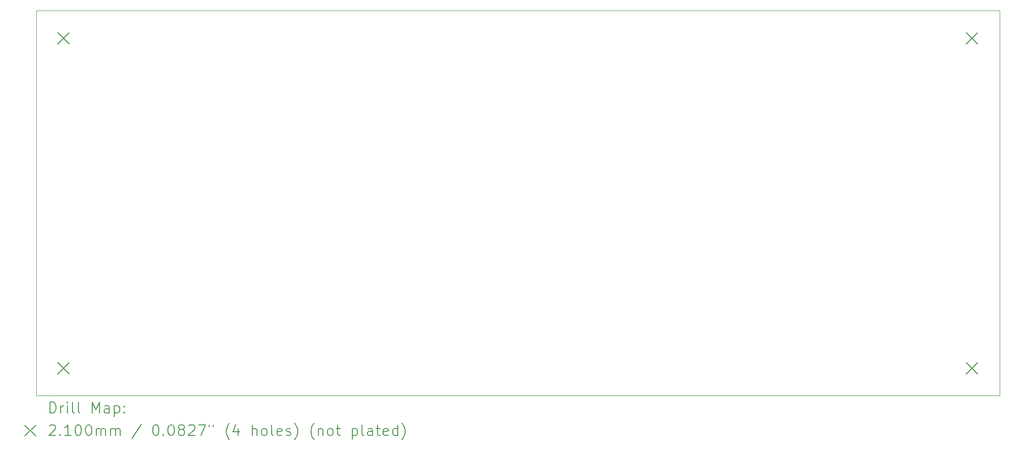
<source format=gbr>
%TF.GenerationSoftware,KiCad,Pcbnew,7.0.9*%
%TF.CreationDate,2023-12-08T11:51:29+05:30*%
%TF.ProjectId,Led_Cube_BaseControler,4c65645f-4375-4626-955f-42617365436f,rev?*%
%TF.SameCoordinates,Original*%
%TF.FileFunction,Drillmap*%
%TF.FilePolarity,Positive*%
%FSLAX45Y45*%
G04 Gerber Fmt 4.5, Leading zero omitted, Abs format (unit mm)*
G04 Created by KiCad (PCBNEW 7.0.9) date 2023-12-08 11:51:29*
%MOMM*%
%LPD*%
G01*
G04 APERTURE LIST*
%ADD10C,0.100000*%
%ADD11C,0.200000*%
%ADD12C,0.210000*%
G04 APERTURE END LIST*
D10*
X1524000Y-1270000D02*
X19304000Y-1270000D01*
X19304000Y-8382000D01*
X1524000Y-8382000D01*
X1524000Y-1270000D01*
D11*
D12*
X1927000Y-1673000D02*
X2137000Y-1883000D01*
X2137000Y-1673000D02*
X1927000Y-1883000D01*
X1927000Y-7769000D02*
X2137000Y-7979000D01*
X2137000Y-7769000D02*
X1927000Y-7979000D01*
X18691000Y-1673000D02*
X18901000Y-1883000D01*
X18901000Y-1673000D02*
X18691000Y-1883000D01*
X18691000Y-7769000D02*
X18901000Y-7979000D01*
X18901000Y-7769000D02*
X18691000Y-7979000D01*
D11*
X1779777Y-8698484D02*
X1779777Y-8498484D01*
X1779777Y-8498484D02*
X1827396Y-8498484D01*
X1827396Y-8498484D02*
X1855967Y-8508008D01*
X1855967Y-8508008D02*
X1875015Y-8527055D01*
X1875015Y-8527055D02*
X1884539Y-8546103D01*
X1884539Y-8546103D02*
X1894062Y-8584198D01*
X1894062Y-8584198D02*
X1894062Y-8612770D01*
X1894062Y-8612770D02*
X1884539Y-8650865D01*
X1884539Y-8650865D02*
X1875015Y-8669912D01*
X1875015Y-8669912D02*
X1855967Y-8688960D01*
X1855967Y-8688960D02*
X1827396Y-8698484D01*
X1827396Y-8698484D02*
X1779777Y-8698484D01*
X1979777Y-8698484D02*
X1979777Y-8565150D01*
X1979777Y-8603246D02*
X1989301Y-8584198D01*
X1989301Y-8584198D02*
X1998824Y-8574674D01*
X1998824Y-8574674D02*
X2017872Y-8565150D01*
X2017872Y-8565150D02*
X2036920Y-8565150D01*
X2103586Y-8698484D02*
X2103586Y-8565150D01*
X2103586Y-8498484D02*
X2094062Y-8508008D01*
X2094062Y-8508008D02*
X2103586Y-8517531D01*
X2103586Y-8517531D02*
X2113110Y-8508008D01*
X2113110Y-8508008D02*
X2103586Y-8498484D01*
X2103586Y-8498484D02*
X2103586Y-8517531D01*
X2227396Y-8698484D02*
X2208348Y-8688960D01*
X2208348Y-8688960D02*
X2198824Y-8669912D01*
X2198824Y-8669912D02*
X2198824Y-8498484D01*
X2332158Y-8698484D02*
X2313110Y-8688960D01*
X2313110Y-8688960D02*
X2303586Y-8669912D01*
X2303586Y-8669912D02*
X2303586Y-8498484D01*
X2560729Y-8698484D02*
X2560729Y-8498484D01*
X2560729Y-8498484D02*
X2627396Y-8641341D01*
X2627396Y-8641341D02*
X2694063Y-8498484D01*
X2694063Y-8498484D02*
X2694063Y-8698484D01*
X2875015Y-8698484D02*
X2875015Y-8593722D01*
X2875015Y-8593722D02*
X2865491Y-8574674D01*
X2865491Y-8574674D02*
X2846443Y-8565150D01*
X2846443Y-8565150D02*
X2808348Y-8565150D01*
X2808348Y-8565150D02*
X2789301Y-8574674D01*
X2875015Y-8688960D02*
X2855967Y-8698484D01*
X2855967Y-8698484D02*
X2808348Y-8698484D01*
X2808348Y-8698484D02*
X2789301Y-8688960D01*
X2789301Y-8688960D02*
X2779777Y-8669912D01*
X2779777Y-8669912D02*
X2779777Y-8650865D01*
X2779777Y-8650865D02*
X2789301Y-8631817D01*
X2789301Y-8631817D02*
X2808348Y-8622293D01*
X2808348Y-8622293D02*
X2855967Y-8622293D01*
X2855967Y-8622293D02*
X2875015Y-8612770D01*
X2970253Y-8565150D02*
X2970253Y-8765150D01*
X2970253Y-8574674D02*
X2989301Y-8565150D01*
X2989301Y-8565150D02*
X3027396Y-8565150D01*
X3027396Y-8565150D02*
X3046443Y-8574674D01*
X3046443Y-8574674D02*
X3055967Y-8584198D01*
X3055967Y-8584198D02*
X3065491Y-8603246D01*
X3065491Y-8603246D02*
X3065491Y-8660389D01*
X3065491Y-8660389D02*
X3055967Y-8679436D01*
X3055967Y-8679436D02*
X3046443Y-8688960D01*
X3046443Y-8688960D02*
X3027396Y-8698484D01*
X3027396Y-8698484D02*
X2989301Y-8698484D01*
X2989301Y-8698484D02*
X2970253Y-8688960D01*
X3151205Y-8679436D02*
X3160729Y-8688960D01*
X3160729Y-8688960D02*
X3151205Y-8698484D01*
X3151205Y-8698484D02*
X3141682Y-8688960D01*
X3141682Y-8688960D02*
X3151205Y-8679436D01*
X3151205Y-8679436D02*
X3151205Y-8698484D01*
X3151205Y-8574674D02*
X3160729Y-8584198D01*
X3160729Y-8584198D02*
X3151205Y-8593722D01*
X3151205Y-8593722D02*
X3141682Y-8584198D01*
X3141682Y-8584198D02*
X3151205Y-8574674D01*
X3151205Y-8574674D02*
X3151205Y-8593722D01*
X1319000Y-8927000D02*
X1519000Y-9127000D01*
X1519000Y-8927000D02*
X1319000Y-9127000D01*
X1770253Y-8937531D02*
X1779777Y-8928008D01*
X1779777Y-8928008D02*
X1798824Y-8918484D01*
X1798824Y-8918484D02*
X1846443Y-8918484D01*
X1846443Y-8918484D02*
X1865491Y-8928008D01*
X1865491Y-8928008D02*
X1875015Y-8937531D01*
X1875015Y-8937531D02*
X1884539Y-8956579D01*
X1884539Y-8956579D02*
X1884539Y-8975627D01*
X1884539Y-8975627D02*
X1875015Y-9004198D01*
X1875015Y-9004198D02*
X1760729Y-9118484D01*
X1760729Y-9118484D02*
X1884539Y-9118484D01*
X1970253Y-9099436D02*
X1979777Y-9108960D01*
X1979777Y-9108960D02*
X1970253Y-9118484D01*
X1970253Y-9118484D02*
X1960729Y-9108960D01*
X1960729Y-9108960D02*
X1970253Y-9099436D01*
X1970253Y-9099436D02*
X1970253Y-9118484D01*
X2170253Y-9118484D02*
X2055967Y-9118484D01*
X2113110Y-9118484D02*
X2113110Y-8918484D01*
X2113110Y-8918484D02*
X2094062Y-8947055D01*
X2094062Y-8947055D02*
X2075015Y-8966103D01*
X2075015Y-8966103D02*
X2055967Y-8975627D01*
X2294063Y-8918484D02*
X2313110Y-8918484D01*
X2313110Y-8918484D02*
X2332158Y-8928008D01*
X2332158Y-8928008D02*
X2341682Y-8937531D01*
X2341682Y-8937531D02*
X2351205Y-8956579D01*
X2351205Y-8956579D02*
X2360729Y-8994674D01*
X2360729Y-8994674D02*
X2360729Y-9042293D01*
X2360729Y-9042293D02*
X2351205Y-9080389D01*
X2351205Y-9080389D02*
X2341682Y-9099436D01*
X2341682Y-9099436D02*
X2332158Y-9108960D01*
X2332158Y-9108960D02*
X2313110Y-9118484D01*
X2313110Y-9118484D02*
X2294063Y-9118484D01*
X2294063Y-9118484D02*
X2275015Y-9108960D01*
X2275015Y-9108960D02*
X2265491Y-9099436D01*
X2265491Y-9099436D02*
X2255967Y-9080389D01*
X2255967Y-9080389D02*
X2246444Y-9042293D01*
X2246444Y-9042293D02*
X2246444Y-8994674D01*
X2246444Y-8994674D02*
X2255967Y-8956579D01*
X2255967Y-8956579D02*
X2265491Y-8937531D01*
X2265491Y-8937531D02*
X2275015Y-8928008D01*
X2275015Y-8928008D02*
X2294063Y-8918484D01*
X2484539Y-8918484D02*
X2503586Y-8918484D01*
X2503586Y-8918484D02*
X2522634Y-8928008D01*
X2522634Y-8928008D02*
X2532158Y-8937531D01*
X2532158Y-8937531D02*
X2541682Y-8956579D01*
X2541682Y-8956579D02*
X2551205Y-8994674D01*
X2551205Y-8994674D02*
X2551205Y-9042293D01*
X2551205Y-9042293D02*
X2541682Y-9080389D01*
X2541682Y-9080389D02*
X2532158Y-9099436D01*
X2532158Y-9099436D02*
X2522634Y-9108960D01*
X2522634Y-9108960D02*
X2503586Y-9118484D01*
X2503586Y-9118484D02*
X2484539Y-9118484D01*
X2484539Y-9118484D02*
X2465491Y-9108960D01*
X2465491Y-9108960D02*
X2455967Y-9099436D01*
X2455967Y-9099436D02*
X2446444Y-9080389D01*
X2446444Y-9080389D02*
X2436920Y-9042293D01*
X2436920Y-9042293D02*
X2436920Y-8994674D01*
X2436920Y-8994674D02*
X2446444Y-8956579D01*
X2446444Y-8956579D02*
X2455967Y-8937531D01*
X2455967Y-8937531D02*
X2465491Y-8928008D01*
X2465491Y-8928008D02*
X2484539Y-8918484D01*
X2636920Y-9118484D02*
X2636920Y-8985150D01*
X2636920Y-9004198D02*
X2646444Y-8994674D01*
X2646444Y-8994674D02*
X2665491Y-8985150D01*
X2665491Y-8985150D02*
X2694063Y-8985150D01*
X2694063Y-8985150D02*
X2713110Y-8994674D01*
X2713110Y-8994674D02*
X2722634Y-9013722D01*
X2722634Y-9013722D02*
X2722634Y-9118484D01*
X2722634Y-9013722D02*
X2732158Y-8994674D01*
X2732158Y-8994674D02*
X2751205Y-8985150D01*
X2751205Y-8985150D02*
X2779777Y-8985150D01*
X2779777Y-8985150D02*
X2798824Y-8994674D01*
X2798824Y-8994674D02*
X2808348Y-9013722D01*
X2808348Y-9013722D02*
X2808348Y-9118484D01*
X2903586Y-9118484D02*
X2903586Y-8985150D01*
X2903586Y-9004198D02*
X2913110Y-8994674D01*
X2913110Y-8994674D02*
X2932158Y-8985150D01*
X2932158Y-8985150D02*
X2960729Y-8985150D01*
X2960729Y-8985150D02*
X2979777Y-8994674D01*
X2979777Y-8994674D02*
X2989301Y-9013722D01*
X2989301Y-9013722D02*
X2989301Y-9118484D01*
X2989301Y-9013722D02*
X2998824Y-8994674D01*
X2998824Y-8994674D02*
X3017872Y-8985150D01*
X3017872Y-8985150D02*
X3046443Y-8985150D01*
X3046443Y-8985150D02*
X3065491Y-8994674D01*
X3065491Y-8994674D02*
X3075015Y-9013722D01*
X3075015Y-9013722D02*
X3075015Y-9118484D01*
X3465491Y-8908960D02*
X3294063Y-9166103D01*
X3722634Y-8918484D02*
X3741682Y-8918484D01*
X3741682Y-8918484D02*
X3760729Y-8928008D01*
X3760729Y-8928008D02*
X3770253Y-8937531D01*
X3770253Y-8937531D02*
X3779777Y-8956579D01*
X3779777Y-8956579D02*
X3789301Y-8994674D01*
X3789301Y-8994674D02*
X3789301Y-9042293D01*
X3789301Y-9042293D02*
X3779777Y-9080389D01*
X3779777Y-9080389D02*
X3770253Y-9099436D01*
X3770253Y-9099436D02*
X3760729Y-9108960D01*
X3760729Y-9108960D02*
X3741682Y-9118484D01*
X3741682Y-9118484D02*
X3722634Y-9118484D01*
X3722634Y-9118484D02*
X3703586Y-9108960D01*
X3703586Y-9108960D02*
X3694063Y-9099436D01*
X3694063Y-9099436D02*
X3684539Y-9080389D01*
X3684539Y-9080389D02*
X3675015Y-9042293D01*
X3675015Y-9042293D02*
X3675015Y-8994674D01*
X3675015Y-8994674D02*
X3684539Y-8956579D01*
X3684539Y-8956579D02*
X3694063Y-8937531D01*
X3694063Y-8937531D02*
X3703586Y-8928008D01*
X3703586Y-8928008D02*
X3722634Y-8918484D01*
X3875015Y-9099436D02*
X3884539Y-9108960D01*
X3884539Y-9108960D02*
X3875015Y-9118484D01*
X3875015Y-9118484D02*
X3865491Y-9108960D01*
X3865491Y-9108960D02*
X3875015Y-9099436D01*
X3875015Y-9099436D02*
X3875015Y-9118484D01*
X4008348Y-8918484D02*
X4027396Y-8918484D01*
X4027396Y-8918484D02*
X4046444Y-8928008D01*
X4046444Y-8928008D02*
X4055967Y-8937531D01*
X4055967Y-8937531D02*
X4065491Y-8956579D01*
X4065491Y-8956579D02*
X4075015Y-8994674D01*
X4075015Y-8994674D02*
X4075015Y-9042293D01*
X4075015Y-9042293D02*
X4065491Y-9080389D01*
X4065491Y-9080389D02*
X4055967Y-9099436D01*
X4055967Y-9099436D02*
X4046444Y-9108960D01*
X4046444Y-9108960D02*
X4027396Y-9118484D01*
X4027396Y-9118484D02*
X4008348Y-9118484D01*
X4008348Y-9118484D02*
X3989301Y-9108960D01*
X3989301Y-9108960D02*
X3979777Y-9099436D01*
X3979777Y-9099436D02*
X3970253Y-9080389D01*
X3970253Y-9080389D02*
X3960729Y-9042293D01*
X3960729Y-9042293D02*
X3960729Y-8994674D01*
X3960729Y-8994674D02*
X3970253Y-8956579D01*
X3970253Y-8956579D02*
X3979777Y-8937531D01*
X3979777Y-8937531D02*
X3989301Y-8928008D01*
X3989301Y-8928008D02*
X4008348Y-8918484D01*
X4189301Y-9004198D02*
X4170253Y-8994674D01*
X4170253Y-8994674D02*
X4160729Y-8985150D01*
X4160729Y-8985150D02*
X4151206Y-8966103D01*
X4151206Y-8966103D02*
X4151206Y-8956579D01*
X4151206Y-8956579D02*
X4160729Y-8937531D01*
X4160729Y-8937531D02*
X4170253Y-8928008D01*
X4170253Y-8928008D02*
X4189301Y-8918484D01*
X4189301Y-8918484D02*
X4227396Y-8918484D01*
X4227396Y-8918484D02*
X4246444Y-8928008D01*
X4246444Y-8928008D02*
X4255968Y-8937531D01*
X4255968Y-8937531D02*
X4265491Y-8956579D01*
X4265491Y-8956579D02*
X4265491Y-8966103D01*
X4265491Y-8966103D02*
X4255968Y-8985150D01*
X4255968Y-8985150D02*
X4246444Y-8994674D01*
X4246444Y-8994674D02*
X4227396Y-9004198D01*
X4227396Y-9004198D02*
X4189301Y-9004198D01*
X4189301Y-9004198D02*
X4170253Y-9013722D01*
X4170253Y-9013722D02*
X4160729Y-9023246D01*
X4160729Y-9023246D02*
X4151206Y-9042293D01*
X4151206Y-9042293D02*
X4151206Y-9080389D01*
X4151206Y-9080389D02*
X4160729Y-9099436D01*
X4160729Y-9099436D02*
X4170253Y-9108960D01*
X4170253Y-9108960D02*
X4189301Y-9118484D01*
X4189301Y-9118484D02*
X4227396Y-9118484D01*
X4227396Y-9118484D02*
X4246444Y-9108960D01*
X4246444Y-9108960D02*
X4255968Y-9099436D01*
X4255968Y-9099436D02*
X4265491Y-9080389D01*
X4265491Y-9080389D02*
X4265491Y-9042293D01*
X4265491Y-9042293D02*
X4255968Y-9023246D01*
X4255968Y-9023246D02*
X4246444Y-9013722D01*
X4246444Y-9013722D02*
X4227396Y-9004198D01*
X4341682Y-8937531D02*
X4351206Y-8928008D01*
X4351206Y-8928008D02*
X4370253Y-8918484D01*
X4370253Y-8918484D02*
X4417872Y-8918484D01*
X4417872Y-8918484D02*
X4436920Y-8928008D01*
X4436920Y-8928008D02*
X4446444Y-8937531D01*
X4446444Y-8937531D02*
X4455968Y-8956579D01*
X4455968Y-8956579D02*
X4455968Y-8975627D01*
X4455968Y-8975627D02*
X4446444Y-9004198D01*
X4446444Y-9004198D02*
X4332158Y-9118484D01*
X4332158Y-9118484D02*
X4455968Y-9118484D01*
X4522634Y-8918484D02*
X4655968Y-8918484D01*
X4655968Y-8918484D02*
X4570253Y-9118484D01*
X4722634Y-8918484D02*
X4722634Y-8956579D01*
X4798825Y-8918484D02*
X4798825Y-8956579D01*
X5094063Y-9194674D02*
X5084539Y-9185150D01*
X5084539Y-9185150D02*
X5065491Y-9156579D01*
X5065491Y-9156579D02*
X5055968Y-9137531D01*
X5055968Y-9137531D02*
X5046444Y-9108960D01*
X5046444Y-9108960D02*
X5036920Y-9061341D01*
X5036920Y-9061341D02*
X5036920Y-9023246D01*
X5036920Y-9023246D02*
X5046444Y-8975627D01*
X5046444Y-8975627D02*
X5055968Y-8947055D01*
X5055968Y-8947055D02*
X5065491Y-8928008D01*
X5065491Y-8928008D02*
X5084539Y-8899436D01*
X5084539Y-8899436D02*
X5094063Y-8889912D01*
X5255968Y-8985150D02*
X5255968Y-9118484D01*
X5208349Y-8908960D02*
X5160730Y-9051817D01*
X5160730Y-9051817D02*
X5284539Y-9051817D01*
X5513111Y-9118484D02*
X5513111Y-8918484D01*
X5598825Y-9118484D02*
X5598825Y-9013722D01*
X5598825Y-9013722D02*
X5589301Y-8994674D01*
X5589301Y-8994674D02*
X5570253Y-8985150D01*
X5570253Y-8985150D02*
X5541682Y-8985150D01*
X5541682Y-8985150D02*
X5522634Y-8994674D01*
X5522634Y-8994674D02*
X5513111Y-9004198D01*
X5722634Y-9118484D02*
X5703587Y-9108960D01*
X5703587Y-9108960D02*
X5694063Y-9099436D01*
X5694063Y-9099436D02*
X5684539Y-9080389D01*
X5684539Y-9080389D02*
X5684539Y-9023246D01*
X5684539Y-9023246D02*
X5694063Y-9004198D01*
X5694063Y-9004198D02*
X5703587Y-8994674D01*
X5703587Y-8994674D02*
X5722634Y-8985150D01*
X5722634Y-8985150D02*
X5751206Y-8985150D01*
X5751206Y-8985150D02*
X5770253Y-8994674D01*
X5770253Y-8994674D02*
X5779777Y-9004198D01*
X5779777Y-9004198D02*
X5789301Y-9023246D01*
X5789301Y-9023246D02*
X5789301Y-9080389D01*
X5789301Y-9080389D02*
X5779777Y-9099436D01*
X5779777Y-9099436D02*
X5770253Y-9108960D01*
X5770253Y-9108960D02*
X5751206Y-9118484D01*
X5751206Y-9118484D02*
X5722634Y-9118484D01*
X5903587Y-9118484D02*
X5884539Y-9108960D01*
X5884539Y-9108960D02*
X5875015Y-9089912D01*
X5875015Y-9089912D02*
X5875015Y-8918484D01*
X6055968Y-9108960D02*
X6036920Y-9118484D01*
X6036920Y-9118484D02*
X5998825Y-9118484D01*
X5998825Y-9118484D02*
X5979777Y-9108960D01*
X5979777Y-9108960D02*
X5970253Y-9089912D01*
X5970253Y-9089912D02*
X5970253Y-9013722D01*
X5970253Y-9013722D02*
X5979777Y-8994674D01*
X5979777Y-8994674D02*
X5998825Y-8985150D01*
X5998825Y-8985150D02*
X6036920Y-8985150D01*
X6036920Y-8985150D02*
X6055968Y-8994674D01*
X6055968Y-8994674D02*
X6065491Y-9013722D01*
X6065491Y-9013722D02*
X6065491Y-9032770D01*
X6065491Y-9032770D02*
X5970253Y-9051817D01*
X6141682Y-9108960D02*
X6160730Y-9118484D01*
X6160730Y-9118484D02*
X6198825Y-9118484D01*
X6198825Y-9118484D02*
X6217872Y-9108960D01*
X6217872Y-9108960D02*
X6227396Y-9089912D01*
X6227396Y-9089912D02*
X6227396Y-9080389D01*
X6227396Y-9080389D02*
X6217872Y-9061341D01*
X6217872Y-9061341D02*
X6198825Y-9051817D01*
X6198825Y-9051817D02*
X6170253Y-9051817D01*
X6170253Y-9051817D02*
X6151206Y-9042293D01*
X6151206Y-9042293D02*
X6141682Y-9023246D01*
X6141682Y-9023246D02*
X6141682Y-9013722D01*
X6141682Y-9013722D02*
X6151206Y-8994674D01*
X6151206Y-8994674D02*
X6170253Y-8985150D01*
X6170253Y-8985150D02*
X6198825Y-8985150D01*
X6198825Y-8985150D02*
X6217872Y-8994674D01*
X6294063Y-9194674D02*
X6303587Y-9185150D01*
X6303587Y-9185150D02*
X6322634Y-9156579D01*
X6322634Y-9156579D02*
X6332158Y-9137531D01*
X6332158Y-9137531D02*
X6341682Y-9108960D01*
X6341682Y-9108960D02*
X6351206Y-9061341D01*
X6351206Y-9061341D02*
X6351206Y-9023246D01*
X6351206Y-9023246D02*
X6341682Y-8975627D01*
X6341682Y-8975627D02*
X6332158Y-8947055D01*
X6332158Y-8947055D02*
X6322634Y-8928008D01*
X6322634Y-8928008D02*
X6303587Y-8899436D01*
X6303587Y-8899436D02*
X6294063Y-8889912D01*
X6655968Y-9194674D02*
X6646444Y-9185150D01*
X6646444Y-9185150D02*
X6627396Y-9156579D01*
X6627396Y-9156579D02*
X6617872Y-9137531D01*
X6617872Y-9137531D02*
X6608349Y-9108960D01*
X6608349Y-9108960D02*
X6598825Y-9061341D01*
X6598825Y-9061341D02*
X6598825Y-9023246D01*
X6598825Y-9023246D02*
X6608349Y-8975627D01*
X6608349Y-8975627D02*
X6617872Y-8947055D01*
X6617872Y-8947055D02*
X6627396Y-8928008D01*
X6627396Y-8928008D02*
X6646444Y-8899436D01*
X6646444Y-8899436D02*
X6655968Y-8889912D01*
X6732158Y-8985150D02*
X6732158Y-9118484D01*
X6732158Y-9004198D02*
X6741682Y-8994674D01*
X6741682Y-8994674D02*
X6760730Y-8985150D01*
X6760730Y-8985150D02*
X6789301Y-8985150D01*
X6789301Y-8985150D02*
X6808349Y-8994674D01*
X6808349Y-8994674D02*
X6817872Y-9013722D01*
X6817872Y-9013722D02*
X6817872Y-9118484D01*
X6941682Y-9118484D02*
X6922634Y-9108960D01*
X6922634Y-9108960D02*
X6913111Y-9099436D01*
X6913111Y-9099436D02*
X6903587Y-9080389D01*
X6903587Y-9080389D02*
X6903587Y-9023246D01*
X6903587Y-9023246D02*
X6913111Y-9004198D01*
X6913111Y-9004198D02*
X6922634Y-8994674D01*
X6922634Y-8994674D02*
X6941682Y-8985150D01*
X6941682Y-8985150D02*
X6970253Y-8985150D01*
X6970253Y-8985150D02*
X6989301Y-8994674D01*
X6989301Y-8994674D02*
X6998825Y-9004198D01*
X6998825Y-9004198D02*
X7008349Y-9023246D01*
X7008349Y-9023246D02*
X7008349Y-9080389D01*
X7008349Y-9080389D02*
X6998825Y-9099436D01*
X6998825Y-9099436D02*
X6989301Y-9108960D01*
X6989301Y-9108960D02*
X6970253Y-9118484D01*
X6970253Y-9118484D02*
X6941682Y-9118484D01*
X7065492Y-8985150D02*
X7141682Y-8985150D01*
X7094063Y-8918484D02*
X7094063Y-9089912D01*
X7094063Y-9089912D02*
X7103587Y-9108960D01*
X7103587Y-9108960D02*
X7122634Y-9118484D01*
X7122634Y-9118484D02*
X7141682Y-9118484D01*
X7360730Y-8985150D02*
X7360730Y-9185150D01*
X7360730Y-8994674D02*
X7379777Y-8985150D01*
X7379777Y-8985150D02*
X7417873Y-8985150D01*
X7417873Y-8985150D02*
X7436920Y-8994674D01*
X7436920Y-8994674D02*
X7446444Y-9004198D01*
X7446444Y-9004198D02*
X7455968Y-9023246D01*
X7455968Y-9023246D02*
X7455968Y-9080389D01*
X7455968Y-9080389D02*
X7446444Y-9099436D01*
X7446444Y-9099436D02*
X7436920Y-9108960D01*
X7436920Y-9108960D02*
X7417873Y-9118484D01*
X7417873Y-9118484D02*
X7379777Y-9118484D01*
X7379777Y-9118484D02*
X7360730Y-9108960D01*
X7570253Y-9118484D02*
X7551206Y-9108960D01*
X7551206Y-9108960D02*
X7541682Y-9089912D01*
X7541682Y-9089912D02*
X7541682Y-8918484D01*
X7732158Y-9118484D02*
X7732158Y-9013722D01*
X7732158Y-9013722D02*
X7722634Y-8994674D01*
X7722634Y-8994674D02*
X7703587Y-8985150D01*
X7703587Y-8985150D02*
X7665492Y-8985150D01*
X7665492Y-8985150D02*
X7646444Y-8994674D01*
X7732158Y-9108960D02*
X7713111Y-9118484D01*
X7713111Y-9118484D02*
X7665492Y-9118484D01*
X7665492Y-9118484D02*
X7646444Y-9108960D01*
X7646444Y-9108960D02*
X7636920Y-9089912D01*
X7636920Y-9089912D02*
X7636920Y-9070865D01*
X7636920Y-9070865D02*
X7646444Y-9051817D01*
X7646444Y-9051817D02*
X7665492Y-9042293D01*
X7665492Y-9042293D02*
X7713111Y-9042293D01*
X7713111Y-9042293D02*
X7732158Y-9032770D01*
X7798825Y-8985150D02*
X7875015Y-8985150D01*
X7827396Y-8918484D02*
X7827396Y-9089912D01*
X7827396Y-9089912D02*
X7836920Y-9108960D01*
X7836920Y-9108960D02*
X7855968Y-9118484D01*
X7855968Y-9118484D02*
X7875015Y-9118484D01*
X8017873Y-9108960D02*
X7998825Y-9118484D01*
X7998825Y-9118484D02*
X7960730Y-9118484D01*
X7960730Y-9118484D02*
X7941682Y-9108960D01*
X7941682Y-9108960D02*
X7932158Y-9089912D01*
X7932158Y-9089912D02*
X7932158Y-9013722D01*
X7932158Y-9013722D02*
X7941682Y-8994674D01*
X7941682Y-8994674D02*
X7960730Y-8985150D01*
X7960730Y-8985150D02*
X7998825Y-8985150D01*
X7998825Y-8985150D02*
X8017873Y-8994674D01*
X8017873Y-8994674D02*
X8027396Y-9013722D01*
X8027396Y-9013722D02*
X8027396Y-9032770D01*
X8027396Y-9032770D02*
X7932158Y-9051817D01*
X8198825Y-9118484D02*
X8198825Y-8918484D01*
X8198825Y-9108960D02*
X8179777Y-9118484D01*
X8179777Y-9118484D02*
X8141682Y-9118484D01*
X8141682Y-9118484D02*
X8122634Y-9108960D01*
X8122634Y-9108960D02*
X8113111Y-9099436D01*
X8113111Y-9099436D02*
X8103587Y-9080389D01*
X8103587Y-9080389D02*
X8103587Y-9023246D01*
X8103587Y-9023246D02*
X8113111Y-9004198D01*
X8113111Y-9004198D02*
X8122634Y-8994674D01*
X8122634Y-8994674D02*
X8141682Y-8985150D01*
X8141682Y-8985150D02*
X8179777Y-8985150D01*
X8179777Y-8985150D02*
X8198825Y-8994674D01*
X8275015Y-9194674D02*
X8284539Y-9185150D01*
X8284539Y-9185150D02*
X8303587Y-9156579D01*
X8303587Y-9156579D02*
X8313111Y-9137531D01*
X8313111Y-9137531D02*
X8322634Y-9108960D01*
X8322634Y-9108960D02*
X8332158Y-9061341D01*
X8332158Y-9061341D02*
X8332158Y-9023246D01*
X8332158Y-9023246D02*
X8322634Y-8975627D01*
X8322634Y-8975627D02*
X8313111Y-8947055D01*
X8313111Y-8947055D02*
X8303587Y-8928008D01*
X8303587Y-8928008D02*
X8284539Y-8899436D01*
X8284539Y-8899436D02*
X8275015Y-8889912D01*
M02*

</source>
